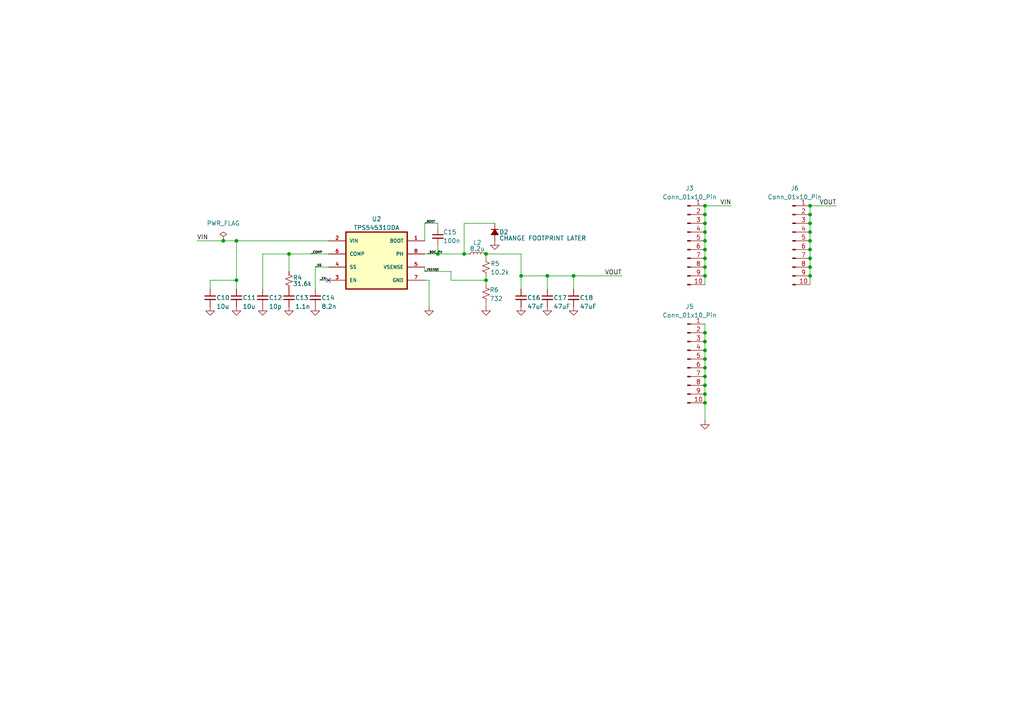
<source format=kicad_sch>
(kicad_sch (version 20250114) (generator "eeschema") (generator_version "9.0")
  (paper "A4")
  (lib_symbols
    (symbol "Connector:Conn_01x10_Pin" (pin_names (offset 1.016) (hide yes))
      (property "Reference" "J" (at 0 12.7 0))
      (property "Value" "Conn_01x10_Pin" (at 0 -15.24 0))
      (symbol "Conn_01x10_Pin_1_1"
        (rectangle (start 0.8636 10.287) (end 0 10.033) (stroke (width 0.1524)) (fill (type outline)))
        (rectangle (start 0.8636 7.747) (end 0 7.493) (stroke (width 0.1524)) (fill (type outline)))
        (rectangle (start 0.8636 5.207) (end 0 4.953) (stroke (width 0.1524)) (fill (type outline)))
        (rectangle (start 0.8636 2.667) (end 0 2.413) (stroke (width 0.1524)) (fill (type outline)))
        (rectangle (start 0.8636 0.127) (end 0 -0.127) (stroke (width 0.1524)) (fill (type outline)))
        (rectangle (start 0.8636 -2.413) (end 0 -2.667) (stroke (width 0.1524)) (fill (type outline)))
        (rectangle (start 0.8636 -4.953) (end 0 -5.207) (stroke (width 0.1524)) (fill (type outline)))
        (rectangle (start 0.8636 -7.493) (end 0 -7.747) (stroke (width 0.1524)) (fill (type outline)))
        (rectangle (start 0.8636 -10.033) (end 0 -10.287) (stroke (width 0.1524)) (fill (type outline)))
        (rectangle (start 0.8636 -12.573) (end 0 -12.827) (stroke (width 0.1524)) (fill (type outline)))
        (polyline (pts (xy 1.27 10.16) (xy 0.8636 10.16)) (stroke (width 0.1524)))
        (polyline (pts (xy 1.27 7.62) (xy 0.8636 7.62)) (stroke (width 0.1524)))
        (polyline (pts (xy 1.27 5.08) (xy 0.8636 5.08)) (stroke (width 0.1524)))
        (polyline (pts (xy 1.27 2.54) (xy 0.8636 2.54)) (stroke (width 0.1524)))
        (polyline (pts (xy 1.27 0) (xy 0.8636 0)) (stroke (width 0.1524)))
        (polyline (pts (xy 1.27 -2.54) (xy 0.8636 -2.54)) (stroke (width 0.1524)))
        (polyline (pts (xy 1.27 -5.08) (xy 0.8636 -5.08)) (stroke (width 0.1524)))
        (polyline (pts (xy 1.27 -7.62) (xy 0.8636 -7.62)) (stroke (width 0.1524)))
        (polyline (pts (xy 1.27 -10.16) (xy 0.8636 -10.16)) (stroke (width 0.1524)))
        (polyline (pts (xy 1.27 -12.7) (xy 0.8636 -12.7)) (stroke (width 0.1524)))
        (pin passive line (at 5.08 10.16 180) (length 3.81) (name "Pin_1") (number "1"))
        (pin passive line (at 5.08 7.62 180) (length 3.81) (name "Pin_2") (number "2"))
        (pin passive line (at 5.08 5.08 180) (length 3.81) (name "Pin_3") (number "3"))
        (pin passive line (at 5.08 2.54 180) (length 3.81) (name "Pin_4") (number "4"))
        (pin passive line (at 5.08 0 180) (length 3.81) (name "Pin_5") (number "5"))
        (pin passive line (at 5.08 -2.54 180) (length 3.81) (name "Pin_6") (number "6"))
        (pin passive line (at 5.08 -5.08 180) (length 3.81) (name "Pin_7") (number "7"))
        (pin passive line (at 5.08 -7.62 180) (length 3.81) (name "Pin_8") (number "8"))
        (pin passive line (at 5.08 -10.16 180) (length 3.81) (name "Pin_9") (number "9"))
        (pin passive line (at 5.08 -12.7 180) (length 3.81) (name "Pin_10") (number "10"))
      )
    )
    (symbol "Device:C_Small" (pin_numbers (hide yes)) (pin_names (offset 0.254) (hide yes))
      (property "Reference" "C" (at 0.254 1.778 0))
      (property "Value" "C_Small" (at 0.254 -2.032 0))
      (symbol "C_Small_0_1"
        (polyline (pts (xy -1.524 0.508) (xy 1.524 0.508)) (stroke (width 0.3048)))
        (polyline (pts (xy -1.524 -0.508) (xy 1.524 -0.508)) (stroke (width 0.3302)))
      )
      (symbol "C_Small_1_1"
        (pin passive line (at 0 2.54 270) (length 2.032) (name "~") (number "1"))
        (pin passive line (at 0 -2.54 90) (length 2.032) (name "~") (number "2"))
      )
    )
    (symbol "Device:D_Small_Filled" (pin_numbers (hide yes)) (pin_names (offset 0.254) (hide yes))
      (property "Reference" "D" (at -1.27 2.032 0))
      (property "Value" "D_Small_Filled" (at -3.81 -2.032 0))
      (symbol "D_Small_Filled_0_1"
        (polyline (pts (xy -0.762 0) (xy 0.762 0)))
        (polyline (pts (xy -0.762 -1.016) (xy -0.762 1.016)) (stroke (width 0.254)))
        (polyline (pts (xy 0.762 -1.016) (xy -0.762 0) (xy 0.762 1.016) (xy 0.762 -1.016)) (stroke (width 0.254)) (fill (type outline)))
      )
      (symbol "D_Small_Filled_1_1"
        (pin passive line (at -2.54 0 0) (length 1.778) (name "K") (number "1"))
        (pin passive line (at 2.54 0 180) (length 1.778) (name "A") (number "2"))
      )
    )
    (symbol "Device:L_Small" (pin_numbers (hide yes)) (pin_names (offset 0.254) (hide yes))
      (property "Reference" "L" (at 0.762 1.016 0))
      (property "Value" "L_Small" (at 0.762 -1.016 0))
      (symbol "L_Small_0_1"
        (arc (start 0 2.032) (mid 0.5058 1.524) (end 0 1.016))
        (arc (start 0 1.016) (mid 0.5058 0.508) (end 0 0))
        (arc (start 0 0) (mid 0.5058 -0.508) (end 0 -1.016))
        (arc (start 0 -1.016) (mid 0.5058 -1.524) (end 0 -2.032))
      )
      (symbol "L_Small_1_1"
        (pin passive line (at 0 2.54 270) (length 0.508) (name "~") (number "1"))
        (pin passive line (at 0 -2.54 90) (length 0.508) (name "~") (number "2"))
      )
    )
    (symbol "Device:R_Small_US" (pin_numbers (hide yes)) (pin_names (offset 0.254) (hide yes))
      (property "Reference" "R" (at 0.762 0.508 0))
      (property "Value" "R_Small_US" (at 0.762 -1.016 0))
      (symbol "R_Small_US_1_1"
        (polyline (pts (xy 0 1.524) (xy 1.016 1.143) (xy 0 0.762) (xy -1.016 0.381) (xy 0 0)))
        (polyline (pts (xy 0 0) (xy 1.016 -0.381) (xy 0 -0.762) (xy -1.016 -1.143) (xy 0 -1.524)))
        (pin passive line (at 0 2.54 270) (length 1.016) (name "~") (number "1"))
        (pin passive line (at 0 -2.54 90) (length 1.016) (name "~") (number "2"))
      )
    )
    (symbol "TPS54531DDA:TPS54531DDA" (pin_names (offset 1.016))
      (property "Reference" "U" (at -0.762 9.652 0))
      (property "Value" "TPS54531DDA" (at -6.604 7.874 0))
      (symbol "TPS54531DDA_0_0"
        (rectangle (start -8.89 7.62) (end 8.89 -8.89) (stroke (width 0.41)) (fill (type background)))
        (pin input line (at -13.97 5.08 0) (length 5.08) (name "VIN") (number "2"))
        (pin output line (at -13.97 1.27 0) (length 5.08) (name "COMP") (number "6"))
        (pin input line (at -13.97 -2.54 0) (length 5.08) (name "SS") (number "4"))
        (pin input line (at -13.97 -6.35 0) (length 5.08) (name "EN") (number "3"))
        (pin output line (at 13.97 5.08 180) (length 5.08) (name "BOOT") (number "1"))
        (pin output line (at 13.97 1.27 180) (length 5.08) (name "PH") (number "8"))
        (pin input line (at 13.97 -2.54 180) (length 5.08) (name "VSENSE") (number "5"))
        (pin power_in line (at 13.97 -6.35 180) (length 5.08) (name "GND") (number "7"))
      )
    )
    (symbol "power:GND" (power) (pin_numbers (hide yes)) (pin_names (offset 0) (hide yes))
      (property "Value" "GND" (at 0 -3.81 0))
      (symbol "GND_0_1"
        (polyline (pts (xy 0 0) (xy 0 -1.27) (xy 1.27 -1.27) (xy 0 -2.54) (xy -1.27 -1.27) (xy 0 -1.27)))
      )
      (symbol "GND_1_1"
        (pin power_in line (at 0 0 270) (length 0) (name "~") (number "1"))
      )
    )
    (symbol "power:PWR_FLAG" (power) (pin_numbers (hide yes)) (pin_names (offset 0) (hide yes))
      (property "Value" "PWR_FLAG" (at 0 3.81 0))
      (symbol "PWR_FLAG_0_0"
        (pin power_out line (at 0 0 90) (length 0) (name "~") (number "1"))
      )
      (symbol "PWR_FLAG_0_1"
        (polyline (pts (xy 0 0) (xy 0 1.27) (xy -1.016 1.905) (xy 0 2.54) (xy 1.016 1.905) (xy 0 1.27)))
      )
    )
  )
  (junction (at 204.47 59.69))
  (junction (at 166.37 80.01))
  (junction (at 134.62 73.66))
  (junction (at 204.47 109.22))
  (junction (at 204.47 104.14))
  (junction (at 158.75 80.01))
  (junction (at 234.95 67.31))
  (junction (at 204.47 74.93))
  (junction (at 204.47 114.3))
  (junction (at 68.58 81.28))
  (junction (at 204.47 101.6))
  (junction (at 204.47 99.06))
  (junction (at 68.58 69.85))
  (junction (at 204.47 96.52))
  (junction (at 204.47 116.84))
  (junction (at 204.47 80.01))
  (junction (at 64.77 69.85))
  (junction (at 151.13 80.01))
  (junction (at 234.95 59.69))
  (junction (at 204.47 111.76))
  (junction (at 234.95 77.47))
  (junction (at 204.47 106.68))
  (junction (at 234.95 74.93))
  (junction (at 234.95 69.85))
  (junction (at 140.97 73.66))
  (junction (at 204.47 77.47))
  (junction (at 204.47 69.85))
  (junction (at 83.82 73.66))
  (junction (at 204.47 62.23))
  (junction (at 140.97 81.28))
  (junction (at 234.95 64.77))
  (junction (at 127 73.66))
  (junction (at 234.95 80.01))
  (junction (at 204.47 64.77))
  (junction (at 204.47 72.39))
  (junction (at 234.95 62.23))
  (junction (at 204.47 67.31))
  (junction (at 234.95 72.39))
  (no_connect (at 95.25 81.28))
  (wire (pts (xy 151.13 80.01) (xy 151.13 73.66)))
  (wire (pts (xy 68.58 81.28) (xy 68.58 83.82)))
  (wire (pts (xy 204.47 64.77) (xy 204.47 67.31)))
  (wire (pts (xy 151.13 83.82) (xy 151.13 80.01)))
  (wire (pts (xy 130.81 81.28) (xy 140.97 81.28)))
  (wire (pts (xy 134.62 73.66) (xy 135.89 73.66)))
  (wire (pts (xy 234.95 59.69) (xy 234.95 62.23)))
  (wire (pts (xy 204.47 72.39) (xy 204.47 74.93)))
  (wire (pts (xy 123.19 78.74) (xy 123.19 77.47)))
  (wire (pts (xy 204.47 74.93) (xy 204.47 77.47)))
  (wire (pts (xy 123.19 64.77) (xy 123.19 69.85)))
  (wire (pts (xy 140.97 73.66) (xy 140.97 74.93)))
  (wire (pts (xy 158.75 80.01) (xy 158.75 83.82)))
  (wire (pts (xy 204.47 59.69) (xy 204.47 62.23)))
  (wire (pts (xy 158.75 80.01) (xy 166.37 80.01)))
  (wire (pts (xy 127 66.04) (xy 127 64.77)))
  (wire (pts (xy 204.47 109.22) (xy 204.47 111.76)))
  (wire (pts (xy 204.47 114.3) (xy 204.47 116.84)))
  (wire (pts (xy 204.47 59.69) (xy 212.09 59.69)))
  (wire (pts (xy 130.81 78.74) (xy 130.81 81.28)))
  (wire (pts (xy 204.47 62.23) (xy 204.47 64.77)))
  (wire (pts (xy 234.95 67.31) (xy 234.95 69.85)))
  (wire (pts (xy 92.71 81.28) (xy 95.25 81.28)))
  (wire (pts (xy 234.95 72.39) (xy 234.95 74.93)))
  (wire (pts (xy 204.47 69.85) (xy 204.47 72.39)))
  (wire (pts (xy 127 64.77) (xy 123.19 64.77)))
  (wire (pts (xy 204.47 67.31) (xy 204.47 69.85)))
  (wire (pts (xy 140.97 80.01) (xy 140.97 81.28)))
  (wire (pts (xy 68.58 69.85) (xy 68.58 81.28)))
  (wire (pts (xy 204.47 80.01) (xy 204.47 82.55)))
  (wire (pts (xy 68.58 69.85) (xy 95.25 69.85)))
  (wire (pts (xy 234.95 64.77) (xy 234.95 67.31)))
  (wire (pts (xy 234.95 62.23) (xy 234.95 64.77)))
  (wire (pts (xy 127 73.66) (xy 127 71.12)))
  (wire (pts (xy 127 73.66) (xy 134.62 73.66)))
  (wire (pts (xy 204.47 106.68) (xy 204.47 109.22)))
  (wire (pts (xy 91.44 77.47) (xy 95.25 77.47)))
  (wire (pts (xy 234.95 80.01) (xy 234.95 82.55)))
  (wire (pts (xy 91.44 83.82) (xy 91.44 77.47)))
  (wire (pts (xy 83.82 73.66) (xy 95.25 73.66)))
  (wire (pts (xy 204.47 101.6) (xy 204.47 104.14)))
  (wire (pts (xy 166.37 83.82) (xy 166.37 80.01)))
  (wire (pts (xy 204.47 99.06) (xy 204.47 101.6)))
  (wire (pts (xy 134.62 64.77) (xy 143.51 64.77)))
  (wire (pts (xy 166.37 80.01) (xy 180.34 80.01)))
  (wire (pts (xy 158.75 80.01) (xy 151.13 80.01)))
  (wire (pts (xy 124.46 81.28) (xy 123.19 81.28)))
  (wire (pts (xy 68.58 81.28) (xy 60.96 81.28)))
  (wire (pts (xy 83.82 73.66) (xy 83.82 78.74)))
  (wire (pts (xy 234.95 74.93) (xy 234.95 77.47)))
  (wire (pts (xy 134.62 64.77) (xy 134.62 73.66)))
  (wire (pts (xy 204.47 93.98) (xy 204.47 96.52)))
  (wire (pts (xy 76.2 73.66) (xy 83.82 73.66)))
  (wire (pts (xy 204.47 116.84) (xy 204.47 121.92)))
  (wire (pts (xy 124.46 88.9) (xy 124.46 81.28)))
  (wire (pts (xy 242.57 59.69) (xy 234.95 59.69)))
  (wire (pts (xy 204.47 96.52) (xy 204.47 99.06)))
  (wire (pts (xy 204.47 77.47) (xy 204.47 80.01)))
  (wire (pts (xy 76.2 83.82) (xy 76.2 73.66)))
  (wire (pts (xy 123.19 78.74) (xy 130.81 78.74)))
  (wire (pts (xy 57.15 69.85) (xy 64.77 69.85)))
  (wire (pts (xy 234.95 77.47) (xy 234.95 80.01)))
  (wire (pts (xy 60.96 81.28) (xy 60.96 83.82)))
  (wire (pts (xy 204.47 111.76) (xy 204.47 114.3)))
  (wire (pts (xy 64.77 69.85) (xy 68.58 69.85)))
  (wire (pts (xy 140.97 88.9) (xy 140.97 87.63)))
  (wire (pts (xy 123.19 73.66) (xy 127 73.66)))
  (wire (pts (xy 140.97 81.28) (xy 140.97 82.55)))
  (wire (pts (xy 204.47 104.14) (xy 204.47 106.68)))
  (wire (pts (xy 234.95 69.85) (xy 234.95 72.39)))
  (wire (pts (xy 151.13 73.66) (xy 140.97 73.66)))
  (label "_BDC_PH" (at 124.0078 73.66 0) (effects (font (size 0.635 0.635))))
  (label "VIN" (at 57.15 69.85 0))
  (label "VIN" (at 212.09 59.69 180))
  (label "_VSENSE" (at 123.19 78.74 0) (effects (font (size 0.635 0.635))))
  (label "VOUT" (at 180.34 80.01 180))
  (label "_SS" (at 91.44 77.47 0) (effects (font (size 0.635 0.635))))
  (label "_COMP" (at 90.17 73.66 0) (effects (font (size 0.635 0.635))))
  (label "_BOOT" (at 123.19 64.77 0) (effects (font (size 0.635 0.635))))
  (label "_EN" (at 92.71 81.28 0) (effects (font (size 0.635 0.635))))
  (label "VOUT" (at 242.57 59.69 180))
  (symbol (lib_id "Device:C_Small") (at 60.96 86.36 0) (unit 1)
    (property "Reference" "C10" (at 62.738 86.36 0) (effects (justify left)))
    (property "Value" "10u" (at 62.738 88.9 0) (effects (justify left)))
    (property "Footprint" "Capacitor_SMD:C_0805_2012Metric" (effects (hide yes)))
    (property "Description" "Unpolarized capacitor, small symbol" (effects (hide yes)))
  )
  (symbol (lib_id "power:GND") (at 60.96 88.9 0) (unit 1)
    (property "Reference" "#PWR01" (effects (hide yes)))
    (property "Value" "GND" (effects (hide yes)))
    (property "Description" "Power symbol creates a global label with name \"GND\" , ground" (effects (hide yes)))
  )
  (symbol (lib_id "power:GND") (at 83.82 88.9 0) (unit 1)
    (property "Reference" "#PWR04" (effects (hide yes)))
    (property "Value" "GND" (effects (hide yes)))
    (property "Description" "Power symbol creates a global label with name \"GND\" , ground" (effects (hide yes)))
  )
  (symbol (lib_id "power:GND") (at 76.2 88.9 0) (unit 1)
    (property "Reference" "#PWR03" (effects (hide yes)))
    (property "Value" "GND" (effects (hide yes)))
    (property "Description" "Power symbol creates a global label with name \"GND\" , ground" (effects (hide yes)))
  )
  (symbol (lib_id "Device:C_Small") (at 91.44 86.36 0) (unit 1)
    (property "Reference" "C14" (at 93.218 86.36 0) (effects (justify left)))
    (property "Value" "8.2n" (at 93.218 88.9 0) (effects (justify left)))
    (property "Footprint" "Capacitor_SMD:C_0805_2012Metric" (effects (hide yes)))
    (property "Description" "Unpolarized capacitor, small symbol" (effects (hide yes)))
  )
  (symbol (lib_id "Connector:Conn_01x10_Pin") (at 229.87 69.85 0) (unit 1)
    (property "Reference" "J6" (at 230.505 54.61 0))
    (property "Value" "Conn_01x10_Pin" (at 230.505 57.15 0))
    (property "Footprint" "Connector_PinHeader_2.54mm:PinHeader_1x10_P2.54mm_Vertical" (effects (hide yes)))
    (property "Description" "Generic connector, single row, 01x10, script generated" (effects (hide yes)))
  )
  (symbol (lib_id "Connector:Conn_01x10_Pin") (at 199.39 69.85 0) (unit 1)
    (property "Reference" "J3" (at 200.025 54.61 0))
    (property "Value" "Conn_01x10_Pin" (at 200.025 57.15 0))
    (property "Footprint" "Connector_PinHeader_2.54mm:PinHeader_1x10_P2.54mm_Vertical" (effects (hide yes)))
    (property "Description" "Generic connector, single row, 01x10, script generated" (effects (hide yes)))
  )
  (symbol (lib_id "Device:C_Small") (at 83.82 86.36 0) (unit 1)
    (property "Reference" "C13" (at 85.598 86.36 0) (effects (justify left)))
    (property "Value" "1.1n" (at 85.598 88.9 0) (effects (justify left)))
    (property "Footprint" "Capacitor_SMD:C_0805_2012Metric" (effects (hide yes)))
    (property "Description" "Unpolarized capacitor, small symbol" (effects (hide yes)))
  )
  (symbol (lib_id "Device:C_Small") (at 68.58 86.36 0) (unit 1)
    (property "Reference" "C11" (at 70.358 86.36 0) (effects (justify left)))
    (property "Value" "10u" (at 70.358 88.9 0) (effects (justify left)))
    (property "Footprint" "Capacitor_SMD:C_0805_2012Metric" (effects (hide yes)))
    (property "Description" "Unpolarized capacitor, small symbol" (effects (hide yes)))
  )
  (symbol (lib_id "TPS54531DDA:TPS54531DDA") (at 109.22 74.93 0) (unit 1)
    (property "Reference" "U2" (at 109.22 63.5 0))
    (property "Value" "TPS54531DDA" (at 109.22 66.04 0))
    (property "Footprint" "footprints:VREG_LM5017MR_NOPB" (effects (hide yes)))
  )
  (symbol (lib_id "power:GND") (at 166.37 88.9 0) (unit 1)
    (property "Reference" "#PWR023" (effects (hide yes)))
    (property "Value" "GND" (effects (hide yes)))
    (property "Description" "Power symbol creates a global label with name \"GND\" , ground" (effects (hide yes)))
  )
  (symbol (lib_id "Connector:Conn_01x10_Pin") (at 199.39 104.14 0) (unit 1)
    (property "Reference" "J5" (at 200.025 88.9 0))
    (property "Value" "Conn_01x10_Pin" (at 200.025 91.44 0))
    (property "Footprint" "Connector_PinHeader_2.54mm:PinHeader_1x10_P2.54mm_Vertical" (effects (hide yes)))
    (property "Description" "Generic connector, single row, 01x10, script generated" (effects (hide yes)))
  )
  (symbol (lib_id "power:GND") (at 158.75 88.9 0) (unit 1)
    (property "Reference" "#PWR09" (effects (hide yes)))
    (property "Value" "GND" (effects (hide yes)))
    (property "Description" "Power symbol creates a global label with name \"GND\" , ground" (effects (hide yes)))
  )
  (symbol (lib_id "Device:L_Small") (at 138.43 73.66 90) (unit 1)
    (property "Reference" "L2" (at 138.43 70.358 90))
    (property "Value" "8.2u" (at 138.43 72.136 90))
    (property "Footprint" "Inductor_SMD:L_APV_ANR4018" (effects (hide yes)))
    (property "Description" "Inductor, small symbol" (effects (hide yes)))
  )
  (symbol (lib_id "power:GND") (at 91.44 88.9 0) (unit 1)
    (property "Reference" "#PWR05" (effects (hide yes)))
    (property "Value" "GND" (effects (hide yes)))
    (property "Description" "Power symbol creates a global label with name \"GND\" , ground" (effects (hide yes)))
  )
  (symbol (lib_id "Device:D_Small_Filled") (at 143.51 67.31 270) (unit 1)
    (property "Reference" "D2" (at 144.78 67.31 90) (effects (justify left)))
    (property "Value" "CHANGE FOOTPRINT LATER" (at 144.78 69.088 90) (effects (justify left)))
    (property "Footprint" "Diode_SMD:D_0805_2012Metric" (effects (hide yes)))
    (property "Description" "Diode, small symbol, filled shape" (effects (hide yes)))
    (property "Sim.Device" "D" (effects (hide yes)))
    (property "Sim.Pins" "1=K 2=A" (effects (hide yes)))
  )
  (symbol (lib_id "Device:C_Small") (at 166.37 86.36 0) (unit 1)
    (property "Reference" "C18" (at 168.148 86.36 0) (effects (justify left)))
    (property "Value" "47uF" (at 168.148 88.9 0) (effects (justify left)))
    (property "Footprint" "Capacitor_SMD:C_0805_2012Metric" (effects (hide yes)))
    (property "Description" "Unpolarized capacitor, small symbol" (effects (hide yes)))
  )
  (symbol (lib_id "Device:R_Small_US") (at 83.82 81.28 180) (unit 1)
    (property "Reference" "R4" (at 87.63 80.518 0) (effects (justify left)))
    (property "Value" "31.6k" (at 90.424 82.296 0) (effects (justify left)))
    (property "Footprint" "Resistor_SMD:R_0805_2012Metric" (effects (hide yes)))
    (property "Description" "Resistor, small US symbol" (effects (hide yes)))
  )
  (symbol (lib_id "Device:R_Small_US") (at 140.97 77.47 0) (unit 1)
    (property "Reference" "R5" (at 142.24 76.454 0) (effects (justify left)))
    (property "Value" "10.2k" (at 142.24 78.994 0) (effects (justify left)))
    (property "Footprint" "Resistor_SMD:R_0805_2012Metric" (effects (hide yes)))
    (property "Description" "Resistor, small US symbol" (effects (hide yes)))
  )
  (symbol (lib_id "power:GND") (at 151.13 88.9 0) (unit 1)
    (property "Reference" "#PWR08" (effects (hide yes)))
    (property "Value" "GND" (effects (hide yes)))
    (property "Description" "Power symbol creates a global label with name \"GND\" , ground" (effects (hide yes)))
  )
  (symbol (lib_id "power:GND") (at 68.58 88.9 0) (unit 1)
    (property "Reference" "#PWR02" (effects (hide yes)))
    (property "Value" "GND" (effects (hide yes)))
    (property "Description" "Power symbol creates a global label with name \"GND\" , ground" (effects (hide yes)))
  )
  (symbol (lib_id "power:GND") (at 143.51 69.85 0) (unit 1)
    (property "Reference" "#PWR020" (effects (hide yes)))
    (property "Value" "GND" (effects (hide yes)))
    (property "Description" "Power symbol creates a global label with name \"GND\" , ground" (effects (hide yes)))
  )
  (symbol (lib_id "Device:C_Small") (at 127 68.58 0) (unit 1)
    (property "Reference" "C15" (at 128.524 67.31 0) (effects (justify left)))
    (property "Value" "100n" (at 128.524 69.85 0) (effects (justify left)))
    (property "Footprint" "Capacitor_SMD:C_0805_2012Metric" (effects (hide yes)))
    (property "Description" "Unpolarized capacitor, small symbol" (effects (hide yes)))
  )
  (symbol (lib_id "power:PWR_FLAG") (at 64.77 69.85 0) (unit 1)
    (property "Reference" "#FLG01" (effects (hide yes)))
    (property "Value" "PWR_FLAG" (at 64.77 64.77 0))
    (property "Description" "Special symbol for telling ERC where power comes from" (effects (hide yes)))
  )
  (symbol (lib_id "Device:R_Small_US") (at 140.97 85.09 0) (unit 1)
    (property "Reference" "R6" (at 141.986 84.074 0) (effects (justify left)))
    (property "Value" "732" (at 141.986 86.614 0) (effects (justify left)))
    (property "Footprint" "Resistor_SMD:R_0805_2012Metric" (effects (hide yes)))
    (property "Description" "Resistor, small US symbol" (effects (hide yes)))
  )
  (symbol (lib_id "power:GND") (at 204.47 121.92 0) (unit 1)
    (property "Reference" "#PWR010" (effects (hide yes)))
    (property "Value" "GND" (effects (hide yes)))
    (property "Description" "Power symbol creates a global label with name \"GND\" , ground" (effects (hide yes)))
  )
  (symbol (lib_id "Device:C_Small") (at 158.75 86.36 0) (unit 1)
    (property "Reference" "C17" (at 160.528 86.36 0) (effects (justify left)))
    (property "Value" "47uF" (at 160.528 88.9 0) (effects (justify left)))
    (property "Footprint" "Capacitor_SMD:C_0805_2012Metric" (effects (hide yes)))
    (property "Description" "Unpolarized capacitor, small symbol" (effects (hide yes)))
  )
  (symbol (lib_id "Device:C_Small") (at 76.2 86.36 0) (unit 1)
    (property "Reference" "C12" (at 77.978 86.36 0) (effects (justify left)))
    (property "Value" "10p" (at 77.978 88.9 0) (effects (justify left)))
    (property "Footprint" "Capacitor_SMD:C_0805_2012Metric" (effects (hide yes)))
    (property "Description" "Unpolarized capacitor, small symbol" (effects (hide yes)))
  )
  (symbol (lib_id "Device:C_Small") (at 151.13 86.36 0) (unit 1)
    (property "Reference" "C16" (at 152.908 86.36 0) (effects (justify left)))
    (property "Value" "47uF" (at 152.908 88.9 0) (effects (justify left)))
    (property "Footprint" "Capacitor_SMD:C_0805_2012Metric" (effects (hide yes)))
    (property "Description" "Unpolarized capacitor, small symbol" (effects (hide yes)))
  )
  (symbol (lib_id "power:GND") (at 124.46 88.9 0) (unit 1)
    (property "Reference" "#PWR06" (effects (hide yes)))
    (property "Value" "GND" (effects (hide yes)))
    (property "Description" "Power symbol creates a global label with name \"GND\" , ground" (effects (hide yes)))
  )
  (symbol (lib_id "power:GND") (at 140.97 88.9 0) (unit 1)
    (property "Reference" "#PWR07" (effects (hide yes)))
    (property "Value" "GND" (effects (hide yes)))
    (property "Description" "Power symbol creates a global label with name \"GND\" , ground" (effects (hide yes)))
  )
)
</source>
